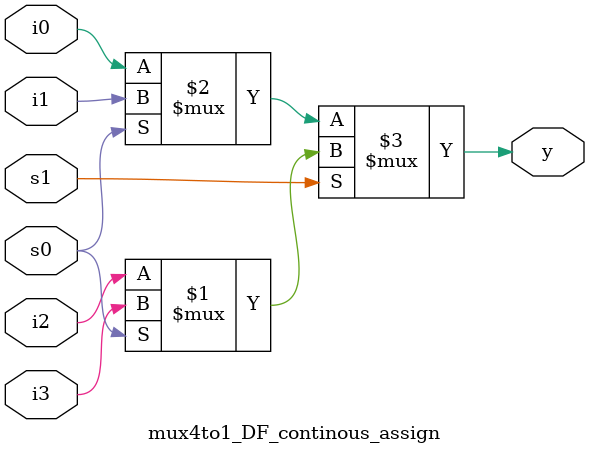
<source format=v>
`timescale 1ns / 1ps


module mux4to1_DF_continous_assign(input s1,s0,i0,i1,i2,i3,output y);
assign y=s1?(s0?i3:i2):(s0?i1:i0);
endmodule

</source>
